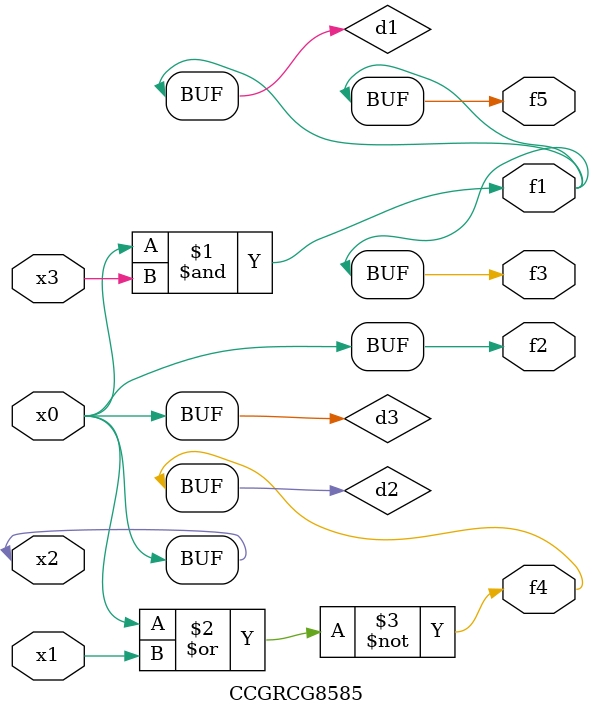
<source format=v>
module CCGRCG8585(
	input x0, x1, x2, x3,
	output f1, f2, f3, f4, f5
);

	wire d1, d2, d3;

	and (d1, x2, x3);
	nor (d2, x0, x1);
	buf (d3, x0, x2);
	assign f1 = d1;
	assign f2 = d3;
	assign f3 = d1;
	assign f4 = d2;
	assign f5 = d1;
endmodule

</source>
